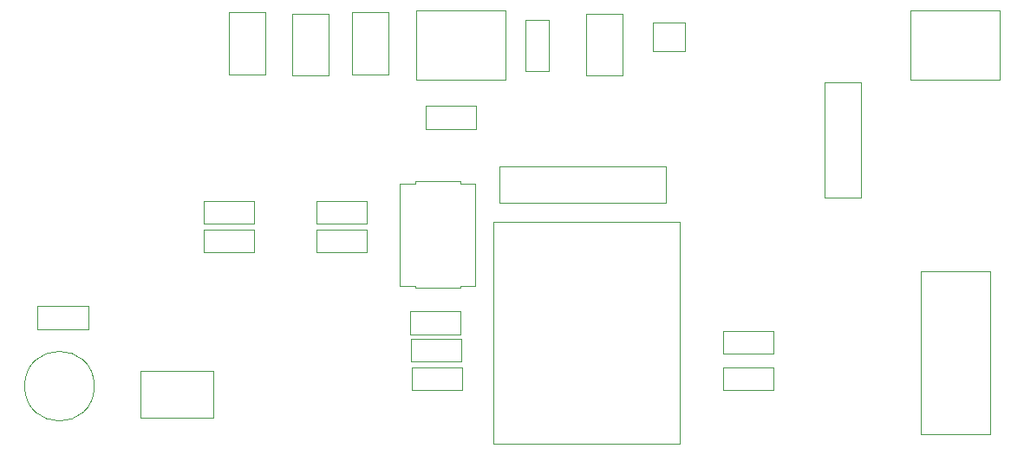
<source format=gbr>
%TF.GenerationSoftware,KiCad,Pcbnew,9.0.3*%
%TF.CreationDate,2025-07-30T11:35:09+02:00*%
%TF.ProjectId,TPOneBoard,54504f6e-6542-46f6-9172-642e6b696361,rev?*%
%TF.SameCoordinates,Original*%
%TF.FileFunction,Other,User*%
%FSLAX46Y46*%
G04 Gerber Fmt 4.6, Leading zero omitted, Abs format (unit mm)*
G04 Created by KiCad (PCBNEW 9.0.3) date 2025-07-30 11:35:09*
%MOMM*%
%LPD*%
G01*
G04 APERTURE LIST*
%ADD10C,0.050000*%
G04 APERTURE END LIST*
D10*
%TO.C,R1*%
X175690000Y-104367000D02*
X180590000Y-104367000D01*
X175690000Y-106607000D02*
X175690000Y-104367000D01*
X180590000Y-104367000D02*
X180590000Y-106607000D01*
X180590000Y-106607000D02*
X175690000Y-106607000D01*
%TO.C,C4*%
X196066000Y-83918500D02*
X198366000Y-83918500D01*
X196066000Y-88878500D02*
X196066000Y-83918500D01*
X198366000Y-83918500D02*
X198366000Y-88878500D01*
X198366000Y-88878500D02*
X196066000Y-88878500D01*
%TO.C,JP6*%
X167125000Y-83143000D02*
X167125000Y-89233000D01*
X167125000Y-89233000D02*
X170665000Y-89233000D01*
X170665000Y-83143000D02*
X167125000Y-83143000D01*
X170665000Y-89233000D02*
X170665000Y-83143000D01*
%TO.C,R3*%
X164693000Y-101573000D02*
X169593000Y-101573000D01*
X164693000Y-103813000D02*
X164693000Y-101573000D01*
X169593000Y-101573000D02*
X169593000Y-103813000D01*
X169593000Y-103813000D02*
X164693000Y-103813000D01*
%TO.C,C5*%
X154002000Y-119668000D02*
G75*
G02*
X147202000Y-119668000I-3400000J0D01*
G01*
X147202000Y-119668000D02*
G75*
G02*
X154002000Y-119668000I3400000J0D01*
G01*
%TO.C,R7*%
X215449000Y-114273000D02*
X220349000Y-114273000D01*
X215449000Y-116513000D02*
X215449000Y-114273000D01*
X220349000Y-114273000D02*
X220349000Y-116513000D01*
X220349000Y-116513000D02*
X215449000Y-116513000D01*
%TO.C,U2*%
X158522000Y-118168000D02*
X158522000Y-122768000D01*
X158522000Y-118168000D02*
X165622000Y-118168000D01*
X165622000Y-122768000D02*
X158522000Y-122768000D01*
X165622000Y-122768000D02*
X165622000Y-118168000D01*
%TO.C,U1*%
X183829000Y-99852000D02*
X185329000Y-99852000D01*
X183829000Y-109852000D02*
X183829000Y-99852000D01*
X185329000Y-99652000D02*
X189729000Y-99652000D01*
X185329000Y-99852000D02*
X185329000Y-99652000D01*
X185329000Y-109852000D02*
X183829000Y-109852000D01*
X185329000Y-110052000D02*
X185329000Y-109852000D01*
X189729000Y-99652000D02*
X189729000Y-99852000D01*
X189729000Y-99852000D02*
X191229000Y-99852000D01*
X189729000Y-109852000D02*
X189729000Y-110052000D01*
X189729000Y-110052000D02*
X185329000Y-110052000D01*
X191229000Y-99852000D02*
X191229000Y-109852000D01*
X191229000Y-109852000D02*
X189729000Y-109852000D01*
%TO.C,J8*%
X225352000Y-90018000D02*
X228902000Y-90018000D01*
X225352000Y-101218000D02*
X225352000Y-90018000D01*
X228902000Y-90018000D02*
X228902000Y-101218000D01*
X228902000Y-101218000D02*
X225352000Y-101218000D01*
%TO.C,R8*%
X215441000Y-117829000D02*
X220341000Y-117829000D01*
X215441000Y-120069000D02*
X215441000Y-117829000D01*
X220341000Y-117829000D02*
X220341000Y-120069000D01*
X220341000Y-120069000D02*
X215441000Y-120069000D01*
%TO.C,R2*%
X175690000Y-101573000D02*
X180590000Y-101573000D01*
X175690000Y-103813000D02*
X175690000Y-101573000D01*
X180590000Y-101573000D02*
X180590000Y-103813000D01*
X180590000Y-103813000D02*
X175690000Y-103813000D01*
%TO.C,J4*%
X202050000Y-83260000D02*
X202050000Y-89350000D01*
X202050000Y-89350000D02*
X205590000Y-89350000D01*
X205590000Y-83260000D02*
X202050000Y-83260000D01*
X205590000Y-89350000D02*
X205590000Y-83260000D01*
%TO.C,SW4*%
X233685000Y-82996000D02*
X233685000Y-89696000D01*
X233685000Y-82996000D02*
X242385000Y-82996000D01*
X233685000Y-89696000D02*
X242385000Y-89696000D01*
X242385000Y-89696000D02*
X242385000Y-82996000D01*
%TO.C,R4*%
X164693000Y-104367000D02*
X169593000Y-104367000D01*
X164693000Y-106607000D02*
X164693000Y-104367000D01*
X169593000Y-104367000D02*
X169593000Y-106607000D01*
X169593000Y-106607000D02*
X164693000Y-106607000D01*
%TO.C,JP3*%
X173348000Y-83260000D02*
X173348000Y-89350000D01*
X173348000Y-89350000D02*
X176888000Y-89350000D01*
X176888000Y-83260000D02*
X173348000Y-83260000D01*
X176888000Y-89350000D02*
X176888000Y-83260000D01*
%TO.C,Q2*%
X208509000Y-84133000D02*
X208509000Y-86933000D01*
X208509000Y-84133000D02*
X211709000Y-84133000D01*
X208509000Y-86933000D02*
X211709000Y-86933000D01*
X211709000Y-86933000D02*
X211709000Y-84133000D01*
%TO.C,SW5*%
X185425000Y-82996000D02*
X185425000Y-89696000D01*
X185425000Y-82996000D02*
X194125000Y-82996000D01*
X185425000Y-89696000D02*
X194125000Y-89696000D01*
X194125000Y-89696000D02*
X194125000Y-82996000D01*
%TO.C,C6*%
X148469500Y-111830000D02*
X153429500Y-111830000D01*
X148469500Y-114130000D02*
X148469500Y-111830000D01*
X153429500Y-111830000D02*
X153429500Y-114130000D01*
X153429500Y-114130000D02*
X148469500Y-114130000D01*
%TO.C,JP2*%
X179190000Y-83143000D02*
X179190000Y-89233000D01*
X179190000Y-89233000D02*
X182730000Y-89233000D01*
X182730000Y-83143000D02*
X179190000Y-83143000D01*
X182730000Y-89233000D02*
X182730000Y-83143000D01*
%TO.C,J1*%
X234702000Y-108468000D02*
X234702000Y-124368000D01*
X234702000Y-124368000D02*
X241452000Y-124368000D01*
X241452000Y-108468000D02*
X234702000Y-108468000D01*
X241452000Y-124368000D02*
X241452000Y-108468000D01*
%TO.C,J3*%
X193602000Y-98168000D02*
X209852000Y-98168000D01*
X193602000Y-101718000D02*
X193602000Y-98168000D01*
X209852000Y-98168000D02*
X209852000Y-101718000D01*
X209852000Y-101718000D02*
X193602000Y-101718000D01*
%TO.C,R5*%
X184909000Y-115033000D02*
X189809000Y-115033000D01*
X184909000Y-117273000D02*
X184909000Y-115033000D01*
X189809000Y-115033000D02*
X189809000Y-117273000D01*
X189809000Y-117273000D02*
X184909000Y-117273000D01*
%TO.C,R6*%
X186384000Y-92302000D02*
X191284000Y-92302000D01*
X186384000Y-94542000D02*
X186384000Y-92302000D01*
X191284000Y-92302000D02*
X191284000Y-94542000D01*
X191284000Y-94542000D02*
X186384000Y-94542000D01*
%TO.C,U7*%
X193002000Y-103610000D02*
X211202000Y-103610000D01*
X193002000Y-125310000D02*
X193002000Y-103610000D01*
X211202000Y-103610000D02*
X211202000Y-125310000D01*
X211202000Y-125310000D02*
X193002000Y-125310000D01*
%TO.C,D4*%
X185025500Y-117827000D02*
X189925500Y-117827000D01*
X185025500Y-120067000D02*
X185025500Y-117827000D01*
X189925500Y-117827000D02*
X189925500Y-120067000D01*
X189925500Y-120067000D02*
X185025500Y-120067000D01*
%TO.C,R9*%
X184834000Y-112368000D02*
X189734000Y-112368000D01*
X184834000Y-114608000D02*
X184834000Y-112368000D01*
X189734000Y-112368000D02*
X189734000Y-114608000D01*
X189734000Y-114608000D02*
X184834000Y-114608000D01*
%TD*%
M02*

</source>
